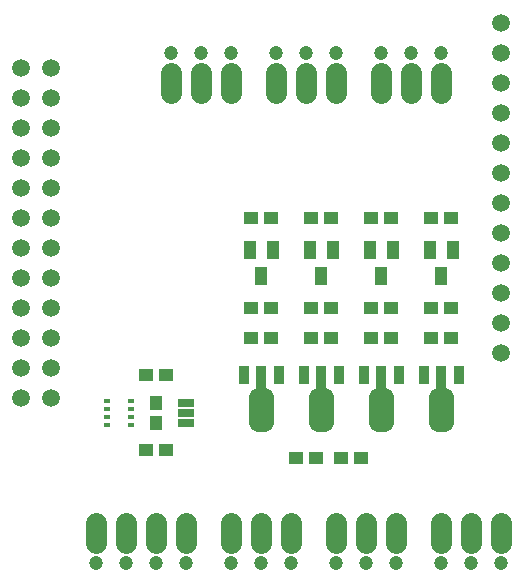
<source format=gbr>
G04 EAGLE Gerber RS-274X export*
G75*
%MOMM*%
%FSLAX34Y34*%
%LPD*%
%INSoldermask Top*%
%IPPOS*%
%AMOC8*
5,1,8,0,0,1.08239X$1,22.5*%
G01*
%ADD10C,1.509600*%
%ADD11C,1.751600*%
%ADD12C,1.201600*%
%ADD13R,0.901600X1.501600*%
%ADD14R,0.901600X2.001600*%
%ADD15C,1.621534*%
%ADD16R,1.101600X1.501600*%
%ADD17R,1.201600X1.101600*%
%ADD18R,1.101600X1.201600*%
%ADD19R,0.601600X0.451600*%
%ADD20R,1.371600X0.736600*%


D10*
X25400Y457200D03*
X50800Y457200D03*
X25400Y431800D03*
X50800Y431800D03*
X25400Y406400D03*
X50800Y406400D03*
X25400Y381000D03*
X50800Y381000D03*
X25400Y355600D03*
X50800Y355600D03*
X25400Y330200D03*
X50800Y330200D03*
X25400Y304800D03*
X50800Y304800D03*
X25400Y279400D03*
X50800Y279400D03*
X25400Y254000D03*
X50800Y254000D03*
X25400Y228600D03*
X50800Y228600D03*
X25400Y203200D03*
X50800Y203200D03*
X25400Y177800D03*
X50800Y177800D03*
X431800Y495300D03*
X431800Y469900D03*
X431800Y444500D03*
X431800Y419100D03*
X431800Y393700D03*
X431800Y368300D03*
X431800Y342900D03*
X431800Y317500D03*
X431800Y292100D03*
X431800Y266700D03*
X431800Y241300D03*
X431800Y215900D03*
D11*
X165100Y71750D02*
X165100Y55250D01*
X139700Y55250D02*
X139700Y71750D01*
X114300Y71750D02*
X114300Y55250D01*
X88900Y55250D02*
X88900Y71750D01*
D12*
X165100Y38100D03*
X139700Y38100D03*
X114300Y38100D03*
X88900Y38100D03*
D11*
X342900Y55250D02*
X342900Y71750D01*
X317500Y71750D02*
X317500Y55250D01*
X292100Y55250D02*
X292100Y71750D01*
D12*
X342900Y38100D03*
X317500Y38100D03*
X292100Y38100D03*
D11*
X254000Y55250D02*
X254000Y71750D01*
X228600Y71750D02*
X228600Y55250D01*
X203200Y55250D02*
X203200Y71750D01*
D12*
X254000Y38100D03*
X228600Y38100D03*
X203200Y38100D03*
D11*
X431800Y55250D02*
X431800Y71750D01*
X406400Y71750D02*
X406400Y55250D01*
X381000Y55250D02*
X381000Y71750D01*
D12*
X431800Y38100D03*
X406400Y38100D03*
X381000Y38100D03*
D13*
X395990Y197610D03*
X366010Y197610D03*
D14*
X381000Y195070D03*
D15*
X378439Y179051D02*
X383561Y179051D01*
X383561Y157749D01*
X378439Y157749D01*
X378439Y179051D01*
X378439Y173153D02*
X383561Y173153D01*
D16*
X381000Y281100D03*
X371500Y303100D03*
X390500Y303100D03*
D17*
X389500Y330200D03*
X372500Y330200D03*
X389500Y254000D03*
X372500Y254000D03*
X372500Y228600D03*
X389500Y228600D03*
D13*
X345190Y197610D03*
X315210Y197610D03*
D14*
X330200Y195070D03*
D15*
X327639Y179051D02*
X332761Y179051D01*
X332761Y157749D01*
X327639Y157749D01*
X327639Y179051D01*
X327639Y173153D02*
X332761Y173153D01*
D16*
X330200Y281100D03*
X320700Y303100D03*
X339700Y303100D03*
D17*
X338700Y330200D03*
X321700Y330200D03*
X338700Y254000D03*
X321700Y254000D03*
X321700Y228600D03*
X338700Y228600D03*
D13*
X294390Y197610D03*
X264410Y197610D03*
D14*
X279400Y195070D03*
D15*
X276839Y179051D02*
X281961Y179051D01*
X281961Y157749D01*
X276839Y157749D01*
X276839Y179051D01*
X276839Y173153D02*
X281961Y173153D01*
D16*
X279400Y281100D03*
X269900Y303100D03*
X288900Y303100D03*
D17*
X287900Y330200D03*
X270900Y330200D03*
X287900Y254000D03*
X270900Y254000D03*
X270900Y228600D03*
X287900Y228600D03*
D13*
X243590Y197610D03*
X213610Y197610D03*
D14*
X228600Y195070D03*
D15*
X226039Y179051D02*
X231161Y179051D01*
X231161Y157749D01*
X226039Y157749D01*
X226039Y179051D01*
X226039Y173153D02*
X231161Y173153D01*
D16*
X228600Y281100D03*
X219100Y303100D03*
X238100Y303100D03*
D17*
X237100Y330200D03*
X220100Y330200D03*
X237100Y254000D03*
X220100Y254000D03*
X220100Y228600D03*
X237100Y228600D03*
X258200Y127000D03*
X275200Y127000D03*
X313300Y127000D03*
X296300Y127000D03*
X131200Y133350D03*
X148200Y133350D03*
X131200Y196850D03*
X148200Y196850D03*
D18*
X139700Y156600D03*
X139700Y173600D03*
D19*
X97700Y155350D03*
X97700Y161850D03*
X97700Y168350D03*
X97700Y174850D03*
X118200Y174850D03*
X118200Y168350D03*
X118200Y161850D03*
X118200Y155350D03*
D11*
X330200Y436250D02*
X330200Y452750D01*
X355600Y452750D02*
X355600Y436250D01*
X381000Y436250D02*
X381000Y452750D01*
D12*
X330200Y469900D03*
X355600Y469900D03*
X381000Y469900D03*
D11*
X241300Y452750D02*
X241300Y436250D01*
X266700Y436250D02*
X266700Y452750D01*
X292100Y452750D02*
X292100Y436250D01*
D12*
X241300Y469900D03*
X266700Y469900D03*
X292100Y469900D03*
D11*
X152400Y452750D02*
X152400Y436250D01*
X177800Y436250D02*
X177800Y452750D01*
X203200Y452750D02*
X203200Y436250D01*
D12*
X152400Y469900D03*
X177800Y469900D03*
X203200Y469900D03*
D20*
X165100Y173228D03*
X165100Y165100D03*
X165100Y156972D03*
M02*

</source>
